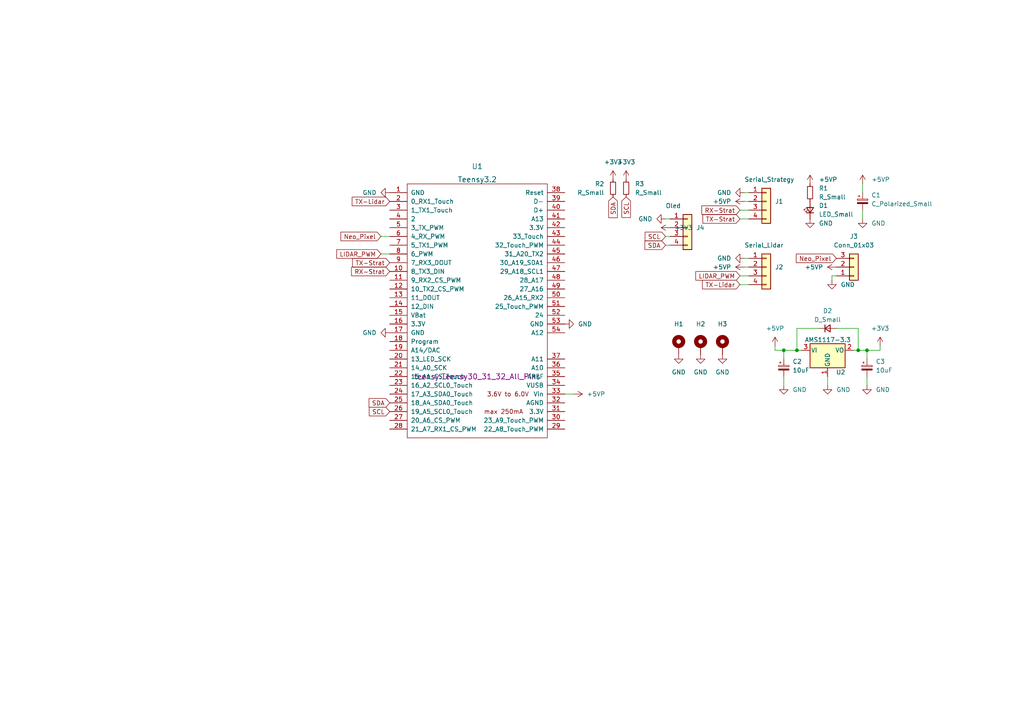
<source format=kicad_sch>
(kicad_sch (version 20211123) (generator eeschema)
  (paper "A4")
  (lib_symbols
    (symbol "Connector_Generic:Conn_01x03" (pin_names (offset 1.016) hide)
      (property "Reference" "J" (at 0 5.08 0))
      (property "Value" "Conn_01x03" (at 0 -5.08 0))
      (symbol "Conn_01x03_1_1"
        (rectangle (start -1.27 -2.413) (end 0 -2.667) (stroke (width 0.1524)))
        (rectangle (start -1.27 0.127) (end 0 -0.127) (stroke (width 0.1524)))
        (rectangle (start -1.27 2.667) (end 0 2.413) (stroke (width 0.1524)))
        (rectangle (start -1.27 3.81) (end 1.27 -3.81) (stroke (width 0.254)) (fill (type background)))
        (pin passive line (at -5.08 2.54 0) (length 3.81) (name "Pin_1") (number "1"))
        (pin passive line (at -5.08 0 0) (length 3.81) (name "Pin_2") (number "2"))
        (pin passive line (at -5.08 -2.54 0) (length 3.81) (name "Pin_3") (number "3"))
      )
    )
    (symbol "Connector_Generic:Conn_01x04" (pin_names (offset 1.016) hide)
      (property "Reference" "J" (at 0 5.08 0))
      (property "Value" "Conn_01x04" (at 0 -7.62 0))
      (symbol "Conn_01x04_1_1"
        (rectangle (start -1.27 -4.953) (end 0 -5.207) (stroke (width 0.1524)))
        (rectangle (start -1.27 -2.413) (end 0 -2.667) (stroke (width 0.1524)))
        (rectangle (start -1.27 0.127) (end 0 -0.127) (stroke (width 0.1524)))
        (rectangle (start -1.27 2.667) (end 0 2.413) (stroke (width 0.1524)))
        (rectangle (start -1.27 3.81) (end 1.27 -6.35) (stroke (width 0.254)) (fill (type background)))
        (pin passive line (at -5.08 2.54 0) (length 3.81) (name "Pin_1") (number "1"))
        (pin passive line (at -5.08 0 0) (length 3.81) (name "Pin_2") (number "2"))
        (pin passive line (at -5.08 -2.54 0) (length 3.81) (name "Pin_3") (number "3"))
        (pin passive line (at -5.08 -5.08 0) (length 3.81) (name "Pin_4") (number "4"))
      )
    )
    (symbol "Device:C_Polarized_Small" (pin_numbers hide) (pin_names (offset 0.254) hide)
      (property "Reference" "C" (at 0.254 1.778 0))
      (property "Value" "C_Polarized_Small" (at 0.254 -2.032 0))
      (symbol "C_Polarized_Small_0_1"
        (rectangle (start -1.524 -0.3048) (end 1.524 -0.6858) (fill (type outline)))
        (rectangle (start -1.524 0.6858) (end 1.524 0.3048))
        (polyline (pts (xy -1.27 1.524) (xy -0.762 1.524)))
        (polyline (pts (xy -1.016 1.27) (xy -1.016 1.778)))
      )
      (symbol "C_Polarized_Small_1_1"
        (pin passive line (at 0 2.54 270) (length 1.8542) (name "~") (number "1"))
        (pin passive line (at 0 -2.54 90) (length 1.8542) (name "~") (number "2"))
      )
    )
    (symbol "Device:D_Small" (pin_numbers hide) (pin_names (offset 0.254) hide)
      (property "Reference" "D" (at -1.27 2.032 0))
      (property "Value" "D_Small" (at -3.81 -2.032 0))
      (symbol "D_Small_0_1"
        (polyline (pts (xy -0.762 -1.016) (xy -0.762 1.016)) (stroke (width 0.254)))
        (polyline (pts (xy -0.762 0) (xy 0.762 0)))
        (polyline (pts (xy 0.762 -1.016) (xy -0.762 0) (xy 0.762 1.016) (xy 0.762 -1.016)) (stroke (width 0.254)))
      )
      (symbol "D_Small_1_1"
        (pin passive line (at -2.54 0 0) (length 1.778) (name "K") (number "1"))
        (pin passive line (at 2.54 0 180) (length 1.778) (name "A") (number "2"))
      )
    )
    (symbol "Device:LED_Small" (pin_numbers hide) (pin_names (offset 0.254) hide)
      (property "Reference" "D" (at -1.27 3.175 0))
      (property "Value" "LED_Small" (at -4.445 -2.54 0))
      (symbol "LED_Small_0_1"
        (polyline (pts (xy -0.762 -1.016) (xy -0.762 1.016)) (stroke (width 0.254)))
        (polyline (pts (xy 1.016 0) (xy -0.762 0)))
        (polyline (pts (xy 0.762 -1.016) (xy -0.762 0) (xy 0.762 1.016) (xy 0.762 -1.016)) (stroke (width 0.254)))
        (polyline (pts (xy 0 0.762) (xy -0.508 1.27) (xy -0.254 1.27) (xy -0.508 1.27) (xy -0.508 1.016)))
        (polyline (pts (xy 0.508 1.27) (xy 0 1.778) (xy 0.254 1.778) (xy 0 1.778) (xy 0 1.524)))
      )
      (symbol "LED_Small_1_1"
        (pin passive line (at -2.54 0 0) (length 1.778) (name "K") (number "1"))
        (pin passive line (at 2.54 0 180) (length 1.778) (name "A") (number "2"))
      )
    )
    (symbol "Device:R_Small" (pin_numbers hide) (pin_names (offset 0.254) hide)
      (property "Reference" "R" (at 0.762 0.508 0))
      (property "Value" "R_Small" (at 0.762 -1.016 0))
      (symbol "R_Small_0_1"
        (rectangle (start -0.762 1.778) (end 0.762 -1.778) (stroke (width 0.2032)))
      )
      (symbol "R_Small_1_1"
        (pin passive line (at 0 2.54 270) (length 0.762) (name "~") (number "1"))
        (pin passive line (at 0 -2.54 90) (length 0.762) (name "~") (number "2"))
      )
    )
    (symbol "Mechanical:MountingHole_Pad" (pin_numbers hide) (pin_names (offset 1.016) hide)
      (property "Reference" "H" (at 0 6.35 0))
      (property "Value" "MountingHole_Pad" (at 0 4.445 0))
      (symbol "MountingHole_Pad_0_1"
        (circle (center 0 1.27) (radius 1.27) (stroke (width 1.27)))
      )
      (symbol "MountingHole_Pad_1_1"
        (pin input line (at 0 -2.54 90) (length 2.54) (name "1") (number "1"))
      )
    )
    (symbol "Regulator_Linear:AMS1117-3.3" (pin_names (offset 0.254))
      (property "Reference" "U" (at -3.81 3.175 0))
      (property "Value" "AMS1117-3.3" (at 0 3.175 0))
      (symbol "AMS1117-3.3_0_1"
        (rectangle (start -5.08 -5.08) (end 5.08 1.905) (stroke (width 0.254)) (fill (type background)))
      )
      (symbol "AMS1117-3.3_1_1"
        (pin power_in line (at 0 -7.62 90) (length 2.54) (name "GND") (number "1"))
        (pin power_out line (at 7.62 0 180) (length 2.54) (name "VO") (number "2"))
        (pin power_in line (at -7.62 0 0) (length 2.54) (name "VI") (number "3"))
      )
    )
    (symbol "power:+3.3V" (power) (pin_names (offset 0))
      (property "Value" "+3.3V" (at 0 3.556 0))
      (symbol "+3.3V_0_1"
        (polyline (pts (xy -0.762 1.27) (xy 0 2.54)))
        (polyline (pts (xy 0 0) (xy 0 2.54)))
        (polyline (pts (xy 0 2.54) (xy 0.762 1.27)))
      )
      (symbol "+3.3V_1_1"
        (pin power_in line (at 0 0 90) (length 0) hide (name "+3V3") (number "1"))
      )
    )
    (symbol "power:+5VP" (power) (pin_names (offset 0))
      (property "Value" "+5VP" (at 0 3.556 0))
      (symbol "+5VP_0_1"
        (polyline (pts (xy -0.762 1.27) (xy 0 2.54)))
        (polyline (pts (xy 0 0) (xy 0 2.54)))
        (polyline (pts (xy 0 2.54) (xy 0.762 1.27)))
      )
      (symbol "+5VP_1_1"
        (pin power_in line (at 0 0 90) (length 0) hide (name "+5VP") (number "1"))
      )
    )
    (symbol "power:GND" (power) (pin_names (offset 0))
      (property "Value" "GND" (at 0 -3.81 0))
      (symbol "GND_0_1"
        (polyline (pts (xy 0 0) (xy 0 -1.27) (xy 1.27 -1.27) (xy 0 -2.54) (xy -1.27 -1.27) (xy 0 -1.27)))
      )
      (symbol "GND_1_1"
        (pin power_in line (at 0 0 270) (length 0) hide (name "GND") (number "1"))
      )
    )
    (symbol "teensy:Teensy3.2" (pin_names (offset 1.016))
      (property "Reference" "U" (at 0 39.37 0))
      (property "Value" "Teensy3.2" (at 0 -39.37 0))
      (symbol "Teensy3.2_0_0"
        (text "3.6V to 6.0V" (at 8.89 -24.13 0) (effects (font (size 1.27 1.27))))
        (text "max 250mA" (at 7.62 -29.21 0) (effects (font (size 1.27 1.27))))
      )
      (symbol "Teensy3.2_0_1"
        (rectangle (start -20.32 -36.83) (end 20.32 36.83))
      )
      (symbol "Teensy3.2_1_1"
        (pin power_in line (at -25.4 34.29 0) (length 5.08) (name "GND") (number "1"))
        (pin bidirectional line (at -25.4 11.43 0) (length 5.08) (name "8_TX3_DIN") (number "10"))
        (pin bidirectional line (at -25.4 8.89 0) (length 5.08) (name "9_RX2_CS_PWM") (number "11"))
        (pin bidirectional line (at -25.4 6.35 0) (length 5.08) (name "10_TX2_CS_PWM") (number "12"))
        (pin bidirectional line (at -25.4 3.81 0) (length 5.08) (name "11_DOUT") (number "13"))
        (pin bidirectional line (at -25.4 1.27 0) (length 5.08) (name "12_DIN") (number "14"))
        (pin power_in line (at -25.4 -1.27 0) (length 5.08) (name "VBat") (number "15"))
        (pin power_out line (at -25.4 -3.81 0) (length 5.08) (name "3.3V") (number "16"))
        (pin power_in line (at -25.4 -6.35 0) (length 5.08) (name "GND") (number "17"))
        (pin input line (at -25.4 -8.89 0) (length 5.08) (name "Program") (number "18"))
        (pin bidirectional line (at -25.4 -11.43 0) (length 5.08) (name "A14/DAC") (number "19"))
        (pin bidirectional line (at -25.4 31.75 0) (length 5.08) (name "0_RX1_Touch") (number "2"))
        (pin bidirectional line (at -25.4 -13.97 0) (length 5.08) (name "13_LED_SCK") (number "20"))
        (pin bidirectional line (at -25.4 -16.51 0) (length 5.08) (name "14_A0_SCK") (number "21"))
        (pin bidirectional line (at -25.4 -19.05 0) (length 5.08) (name "15_A1_CS_Touch") (number "22"))
        (pin bidirectional line (at -25.4 -21.59 0) (length 5.08) (name "16_A2_SCL0_Touch") (number "23"))
        (pin bidirectional line (at -25.4 -24.13 0) (length 5.08) (name "17_A3_SDA0_Touch") (number "24"))
        (pin bidirectional line (at -25.4 -26.67 0) (length 5.08) (name "18_A4_SDA0_Touch") (number "25"))
        (pin bidirectional line (at -25.4 -29.21 0) (length 5.08) (name "19_A5_SCL0_Touch") (number "26"))
        (pin bidirectional line (at -25.4 -31.75 0) (length 5.08) (name "20_A6_CS_PWM") (number "27"))
        (pin bidirectional line (at -25.4 -34.29 0) (length 5.08) (name "21_A7_RX1_CS_PWM") (number "28"))
        (pin bidirectional line (at 25.4 -34.29 180) (length 5.08) (name "22_A8_Touch_PWM") (number "29"))
        (pin bidirectional line (at -25.4 29.21 0) (length 5.08) (name "1_TX1_Touch") (number "3"))
        (pin bidirectional line (at 25.4 -31.75 180) (length 5.08) (name "23_A9_Touch_PWM") (number "30"))
        (pin power_out line (at 25.4 -29.21 180) (length 5.08) (name "3.3V") (number "31"))
        (pin power_out line (at 25.4 -26.67 180) (length 5.08) (name "AGND") (number "32"))
        (pin power_in line (at 25.4 -24.13 180) (length 5.08) (name "Vin") (number "33"))
        (pin power_in line (at 25.4 -21.59 180) (length 5.08) (name "VUSB") (number "34"))
        (pin input line (at 25.4 -19.05 180) (length 5.08) (name "AREF") (number "35"))
        (pin bidirectional line (at 25.4 -16.51 180) (length 5.08) (name "A10") (number "36"))
        (pin bidirectional line (at 25.4 -13.97 180) (length 5.08) (name "A11") (number "37"))
        (pin input line (at 25.4 34.29 180) (length 5.08) (name "Reset") (number "38"))
        (pin bidirectional line (at 25.4 31.75 180) (length 5.08) (name "D-") (number "39"))
        (pin bidirectional line (at -25.4 26.67 0) (length 5.08) (name "2") (number "4"))
        (pin bidirectional line (at 25.4 29.21 180) (length 5.08) (name "D+") (number "40"))
        (pin bidirectional line (at 25.4 26.67 180) (length 5.08) (name "A13") (number "41"))
        (pin power_out line (at 25.4 24.13 180) (length 5.08) (name "3.3V") (number "42"))
        (pin bidirectional line (at 25.4 21.59 180) (length 5.08) (name "33_Touch") (number "43"))
        (pin bidirectional line (at 25.4 19.05 180) (length 5.08) (name "32_Touch_PWM") (number "44"))
        (pin bidirectional line (at 25.4 16.51 180) (length 5.08) (name "31_A20_TX2") (number "45"))
        (pin bidirectional line (at 25.4 13.97 180) (length 5.08) (name "30_A19_SDA1") (number "46"))
        (pin bidirectional line (at 25.4 11.43 180) (length 5.08) (name "29_A18_SCL1") (number "47"))
        (pin bidirectional line (at 25.4 8.89 180) (length 5.08) (name "28_A17") (number "48"))
        (pin bidirectional line (at 25.4 6.35 180) (length 5.08) (name "27_A16") (number "49"))
        (pin bidirectional line (at -25.4 24.13 0) (length 5.08) (name "3_TX_PWM") (number "5"))
        (pin bidirectional line (at 25.4 3.81 180) (length 5.08) (name "26_A15_RX2") (number "50"))
        (pin bidirectional line (at 25.4 1.27 180) (length 5.08) (name "25_Touch_PWM") (number "51"))
        (pin bidirectional line (at 25.4 -1.27 180) (length 5.08) (name "24") (number "52"))
        (pin power_in line (at 25.4 -3.81 180) (length 5.08) (name "GND") (number "53"))
        (pin bidirectional line (at 25.4 -6.35 180) (length 5.08) (name "A12") (number "54"))
        (pin bidirectional line (at -25.4 21.59 0) (length 5.08) (name "4_RX_PWM") (number "6"))
        (pin bidirectional line (at -25.4 19.05 0) (length 5.08) (name "5_TX1_PWM") (number "7"))
        (pin bidirectional line (at -25.4 16.51 0) (length 5.08) (name "6_PWM") (number "8"))
        (pin bidirectional line (at -25.4 13.97 0) (length 5.08) (name "7_RX3_DOUT") (number "9"))
      )
    )
  )
  (junction (at 248.92 101.6))
  (junction (at 251.46 101.6))
  (junction (at 227.33 101.6))
  (junction (at 231.14 101.6))
  (wire (pts (xy 214.63 82.55) (xy 217.17 82.55)))
  (wire (pts (xy 250.19 60.96) (xy 250.19 63.5)))
  (wire (pts (xy 224.79 100.33) (xy 224.79 101.6)))
  (wire (pts (xy 241.3 80.01) (xy 241.3 81.28)))
  (wire (pts (xy 251.46 109.22) (xy 251.46 111.76)))
  (wire (pts (xy 215.9 77.47) (xy 217.17 77.47)))
  (wire (pts (xy 215.9 74.93) (xy 217.17 74.93)))
  (wire (pts (xy 248.92 95.25) (xy 248.92 101.6)))
  (wire (pts (xy 250.19 53.34) (xy 250.19 55.88)))
  (wire (pts (xy 248.92 101.6) (xy 251.46 101.6)))
  (wire (pts (xy 194.31 63.5) (xy 193.04 63.5)))
  (wire (pts (xy 224.79 101.6) (xy 227.33 101.6)))
  (wire (pts (xy 251.46 101.6) (xy 255.27 101.6)))
  (wire (pts (xy 163.83 114.3) (xy 166.37 114.3)))
  (wire (pts (xy 237.49 95.25) (xy 231.14 95.25)))
  (wire (pts (xy 240.03 109.22) (xy 240.03 111.76)))
  (wire (pts (xy 251.46 104.14) (xy 251.46 101.6)))
  (wire (pts (xy 214.63 80.01) (xy 217.17 80.01)))
  (wire (pts (xy 110.49 73.66) (xy 113.03 73.66)))
  (wire (pts (xy 227.33 101.6) (xy 231.14 101.6)))
  (wire (pts (xy 241.3 80.01) (xy 242.57 80.01)))
  (wire (pts (xy 231.14 95.25) (xy 231.14 101.6)))
  (wire (pts (xy 215.9 58.42) (xy 217.17 58.42)))
  (wire (pts (xy 242.57 95.25) (xy 248.92 95.25)))
  (wire (pts (xy 227.33 101.6) (xy 227.33 104.14)))
  (wire (pts (xy 110.49 68.58) (xy 113.03 68.58)))
  (wire (pts (xy 193.04 68.58) (xy 194.31 68.58)))
  (wire (pts (xy 214.63 63.5) (xy 217.17 63.5)))
  (wire (pts (xy 227.33 109.22) (xy 227.33 111.76)))
  (wire (pts (xy 193.04 71.12) (xy 194.31 71.12)))
  (wire (pts (xy 215.9 55.88) (xy 217.17 55.88)))
  (wire (pts (xy 231.14 101.6) (xy 232.41 101.6)))
  (wire (pts (xy 255.27 101.6) (xy 255.27 100.33)))
  (wire (pts (xy 214.63 60.96) (xy 217.17 60.96)))
  (wire (pts (xy 247.65 101.6) (xy 248.92 101.6)))
  (global_label "RX-Strat" (shape input) (at 113.03 78.74 180) (property "Intersheet References" "${INTERSHEET_REFS}" (effects hide)))
  (global_label "TX-Strat" (shape input) (at 214.63 63.5 180) (property "Intersheet References" "${INTERSHEET_REFS}" (effects hide)))
  (global_label "SCL" (shape input) (at 181.61 57.15 270) (property "Intersheet References" "${INTERSHEET_REFS}" (effects hide)))
  (global_label "SCL" (shape input) (at 193.04 68.58 180) (property "Intersheet References" "${INTERSHEET_REFS}" (effects hide)))
  (global_label "LIDAR_PWM" (shape input) (at 214.63 80.01 180) (property "Intersheet References" "${INTERSHEET_REFS}" (effects hide)))
  (global_label "TX-Lidar" (shape input) (at 214.63 82.55 180) (property "Intersheet References" "${INTERSHEET_REFS}" (effects hide)))
  (global_label "SDA" (shape input) (at 113.03 116.84 180) (property "Intersheet References" "${INTERSHEET_REFS}" (effects hide)))
  (global_label "SDA" (shape input) (at 193.04 71.12 180) (property "Intersheet References" "${INTERSHEET_REFS}" (effects hide)))
  (global_label "TX-Strat" (shape input) (at 113.03 76.2 180) (property "Intersheet References" "${INTERSHEET_REFS}" (effects hide)))
  (global_label "LIDAR_PWM" (shape input) (at 110.49 73.66 180) (property "Intersheet References" "${INTERSHEET_REFS}" (effects hide)))
  (global_label "Neo_Pixel" (shape input) (at 242.57 74.93 180) (property "Intersheet References" "${INTERSHEET_REFS}" (effects hide)))
  (global_label "SCL" (shape input) (at 113.03 119.38 180) (property "Intersheet References" "${INTERSHEET_REFS}" (effects hide)))
  (global_label "RX-Strat" (shape input) (at 214.63 60.96 180) (property "Intersheet References" "${INTERSHEET_REFS}" (effects hide)))
  (global_label "SDA" (shape input) (at 177.8 57.15 270) (property "Intersheet References" "${INTERSHEET_REFS}" (effects hide)))
  (global_label "TX-Lidar" (shape input) (at 113.03 58.42 180) (property "Intersheet References" "${INTERSHEET_REFS}" (effects hide)))
  (global_label "Neo_Pixel" (shape input) (at 110.49 68.58 180) (property "Intersheet References" "${INTERSHEET_REFS}" (effects hide)))
  (symbol (lib_id "Connector_Generic:Conn_01x04") (at 222.25 77.47 0) (unit 1)
    (property "Reference" "J2" (at 224.79 77.4699 0) (effects (justify left)))
    (property "Value" "Serial_Lidar" (at 215.9 71.12 0) (effects (justify left)))
    (property "Footprint" "Connector_Molex:Molex_KK-254_AE-6410-04A_1x04_P2.54mm_Vertical" (effects hide))
  )
  (symbol (lib_id "power:+5VP") (at 250.19 53.34 0) (unit 1)
    (property "Reference" "#PWR0109" (effects hide))
    (property "Value" "+5VP" (at 252.73 52.0699 0) (effects (justify left)))
  )
  (symbol (lib_id "Device:R_Small") (at 177.8 54.61 0) (unit 1)
    (property "Reference" "R2" (at 175.26 53.3399 0) (effects (justify right)))
    (property "Value" "R_Small" (at 175.26 55.8799 0) (effects (justify right)))
    (property "Footprint" "Resistor_SMD:R_1206_3216Metric_Pad1.30x1.75mm_HandSolder" (effects hide))
  )
  (symbol (lib_id "Device:LED_Small") (at 234.95 60.96 90) (unit 1)
    (property "Reference" "D1" (at 237.49 59.6264 90) (effects (justify right)))
    (property "Value" "LED_Small" (at 237.49 62.1664 90) (effects (justify right)))
    (property "Footprint" "LED_SMD:LED_1206_3216Metric_Pad1.42x1.75mm_HandSolder" (effects hide))
  )
  (symbol (lib_id "Device:R_Small") (at 181.61 54.61 0) (unit 1)
    (property "Reference" "R3" (at 184.15 53.3399 0) (effects (justify left)))
    (property "Value" "R_Small" (at 184.15 55.8799 0) (effects (justify left)))
    (property "Footprint" "Resistor_SMD:R_1206_3216Metric_Pad1.30x1.75mm_HandSolder" (effects hide))
  )
  (symbol (lib_id "Connector_Generic:Conn_01x04") (at 222.25 58.42 0) (unit 1)
    (property "Reference" "J1" (at 224.79 58.4199 0) (effects (justify left)))
    (property "Value" "Serial_Strategy" (at 215.9 52.07 0) (effects (justify left)))
    (property "Footprint" "Connector_Molex:Molex_KK-254_AE-6410-04A_1x04_P2.54mm_Vertical" (effects hide))
  )
  (symbol (lib_id "power:GND") (at 163.83 93.98 90) (unit 1)
    (property "Reference" "#PWR0115" (effects hide))
    (property "Value" "GND" (at 167.64 93.9799 90) (effects (justify right)))
  )
  (symbol (lib_id "Device:D_Small") (at 240.03 95.25 0) (unit 1)
    (property "Reference" "D2" (at 240.03 90.17 0))
    (property "Value" "D_Small" (at 240.03 92.71 0))
    (property "Footprint" "Diode_SMD:D_SMA_Handsoldering" (effects hide))
  )
  (symbol (lib_id "Mechanical:MountingHole_Pad") (at 209.55 100.33 0) (unit 1)
    (property "Reference" "H3" (at 209.55 93.98 0))
    (property "Value" "MountingHole_Pad" (effects hide))
    (property "Footprint" "MountingHole:MountingHole_3.2mm_M3_Pad_Via" (effects hide))
  )
  (symbol (lib_id "Device:C_Polarized_Small") (at 250.19 58.42 0) (unit 1)
    (property "Reference" "C1" (at 252.73 56.6038 0) (effects (justify left)))
    (property "Value" "C_Polarized_Small" (at 252.73 59.1438 0) (effects (justify left)))
    (property "Footprint" "Capacitor_THT:CP_Radial_D6.3mm_P2.50mm" (effects hide))
  )
  (symbol (lib_id "power:+5VP") (at 242.57 77.47 90) (unit 1)
    (property "Reference" "#PWR0102" (effects hide))
    (property "Value" "+5VP" (at 238.76 77.4699 90) (effects (justify left)))
  )
  (symbol (lib_id "power:GND") (at 240.03 111.76 0) (unit 1)
    (property "Reference" "#PWR0123" (effects hide))
    (property "Value" "GND" (at 242.57 113.0299 0) (effects (justify left)))
  )
  (symbol (lib_id "power:GND") (at 113.03 96.52 270) (unit 1)
    (property "Reference" "#PWR0116" (effects hide))
    (property "Value" "GND" (at 109.22 96.5199 90) (effects (justify right)))
  )
  (symbol (lib_id "Connector_Generic:Conn_01x03") (at 247.65 77.47 0) (mirror x) (unit 1)
    (property "Reference" "J3" (at 247.65 68.58 0))
    (property "Value" "Conn_01x03" (at 247.65 71.12 0))
    (property "Footprint" "Connector_Molex:Molex_KK-254_AE-6410-03A_1x03_P2.54mm_Vertical" (effects hide))
  )
  (symbol (lib_id "Mechanical:MountingHole_Pad") (at 196.85 100.33 0) (unit 1)
    (property "Reference" "H1" (at 196.85 93.98 0))
    (property "Value" "MountingHole_Pad" (effects hide))
    (property "Footprint" "MountingHole:MountingHole_3.2mm_M3_Pad_Via" (effects hide))
  )
  (symbol (lib_id "power:+3.3V") (at 181.61 52.07 0) (unit 1)
    (property "Reference" "#PWR0119" (effects hide))
    (property "Value" "+3.3V" (at 181.61 46.99 0))
  )
  (symbol (lib_id "power:GND") (at 193.04 63.5 270) (unit 1)
    (property "Reference" "#PWR0118" (effects hide))
    (property "Value" "GND" (at 189.23 63.4999 90) (effects (justify right)))
  )
  (symbol (lib_id "power:GND") (at 209.55 102.87 0) (unit 1)
    (property "Reference" "#PWR0117" (effects hide))
    (property "Value" "GND" (at 209.55 107.95 0))
  )
  (symbol (lib_id "power:GND") (at 215.9 74.93 270) (unit 1)
    (property "Reference" "#PWR0111" (effects hide))
    (property "Value" "GND" (at 212.09 74.9299 90) (effects (justify right)))
  )
  (symbol (lib_id "power:+5VP") (at 224.79 100.33 0) (unit 1)
    (property "Reference" "#PWR0125" (effects hide))
    (property "Value" "+5VP" (at 224.79 95.25 0))
  )
  (symbol (lib_id "power:GND") (at 196.85 102.87 0) (unit 1)
    (property "Reference" "#PWR0105" (effects hide))
    (property "Value" "GND" (at 196.85 107.95 0))
  )
  (symbol (lib_id "teensy:Teensy3.2") (at 138.43 90.17 0) (unit 1)
    (property "Reference" "U1" (at 138.43 48.26 0) (effects (font (size 1.524 1.524))))
    (property "Value" "Teensy3.2" (at 138.43 52.07 0) (effects (font (size 1.524 1.524))))
    (property "Footprint" "teensy:Teensy30_31_32_All_Pins" (at 138.43 109.22 0) (effects (font (size 1.524 1.524))))
  )
  (symbol (lib_id "power:GND") (at 113.03 55.88 270) (unit 1)
    (property "Reference" "#PWR0113" (effects hide))
    (property "Value" "GND" (at 109.22 55.8799 90) (effects (justify right)))
  )
  (symbol (lib_id "power:GND") (at 227.33 111.76 0) (unit 1)
    (property "Reference" "#PWR0122" (effects hide))
    (property "Value" "GND" (at 229.87 113.0299 0) (effects (justify left)))
  )
  (symbol (lib_id "power:+3.3V") (at 255.27 100.33 0) (unit 1)
    (property "Reference" "#PWR0126" (effects hide))
    (property "Value" "+3.3V" (at 255.27 95.25 0))
  )
  (symbol (lib_id "power:+3.3V") (at 194.31 66.04 90) (unit 1)
    (property "Reference" "#PWR0121" (effects hide))
    (property "Value" "+3.3V" (at 195.58 66.0399 90) (effects (justify right)))
  )
  (symbol (lib_id "Device:C_Polarized_Small") (at 227.33 106.68 0) (unit 1)
    (property "Reference" "C2" (at 229.87 104.8638 0) (effects (justify left)))
    (property "Value" "10uF" (at 229.87 107.4038 0) (effects (justify left)))
    (property "Footprint" "Capacitor_SMD:CP_Elec_5x5.4" (effects hide))
  )
  (symbol (lib_id "power:GND") (at 250.19 63.5 0) (unit 1)
    (property "Reference" "#PWR0110" (effects hide))
    (property "Value" "GND" (at 252.73 64.7699 0) (effects (justify left)))
  )
  (symbol (lib_id "Device:R_Small") (at 234.95 55.88 0) (unit 1)
    (property "Reference" "R1" (at 237.49 54.6099 0) (effects (justify left)))
    (property "Value" "R_Small" (at 237.49 57.1499 0) (effects (justify left)))
    (property "Footprint" "Resistor_SMD:R_1206_3216Metric_Pad1.30x1.75mm_HandSolder" (effects hide))
  )
  (symbol (lib_id "power:GND") (at 234.95 63.5 0) (unit 1)
    (property "Reference" "#PWR0101" (effects hide))
    (property "Value" "GND" (at 237.49 64.7699 0) (effects (justify left)))
  )
  (symbol (lib_id "Regulator_Linear:AMS1117-3.3") (at 240.03 101.6 0) (unit 1)
    (property "Reference" "U2" (at 243.84 107.95 0))
    (property "Value" "AMS1117-3.3" (at 240.0949 98.5615 0))
    (property "Footprint" "Package_TO_SOT_SMD:SOT-223-3_TabPin2" (effects hide))
    (property "Datasheet" "http://www.advanced-monolithic.com/pdf/ds1117.pdf" (effects hide))
  )
  (symbol (lib_id "power:GND") (at 215.9 55.88 270) (unit 1)
    (property "Reference" "#PWR0103" (effects hide))
    (property "Value" "GND" (at 212.09 55.8799 90) (effects (justify right)))
  )
  (symbol (lib_id "Device:C_Polarized_Small") (at 251.46 106.68 0) (unit 1)
    (property "Reference" "C3" (at 254 104.8638 0) (effects (justify left)))
    (property "Value" "10uF" (at 254 107.4038 0) (effects (justify left)))
    (property "Footprint" "Capacitor_SMD:CP_Elec_5x5.4" (effects hide))
  )
  (symbol (lib_id "power:GND") (at 251.46 111.76 0) (unit 1)
    (property "Reference" "#PWR0124" (effects hide))
    (property "Value" "GND" (at 254 113.0299 0) (effects (justify left)))
  )
  (symbol (lib_id "power:+5VP") (at 234.95 53.34 0) (unit 1)
    (property "Reference" "#PWR0108" (effects hide))
    (property "Value" "+5VP" (at 237.49 52.0699 0) (effects (justify left)))
  )
  (symbol (lib_id "power:GND") (at 203.2 102.87 0) (unit 1)
    (property "Reference" "#PWR0106" (effects hide))
    (property "Value" "GND" (at 203.2 107.95 0))
  )
  (symbol (lib_id "power:+3.3V") (at 177.8 52.07 0) (unit 1)
    (property "Reference" "#PWR0120" (effects hide))
    (property "Value" "+3.3V" (at 177.8 46.99 0))
  )
  (symbol (lib_id "power:+5VP") (at 215.9 77.47 90) (unit 1)
    (property "Reference" "#PWR0112" (effects hide))
    (property "Value" "+5VP" (at 212.09 77.4699 90) (effects (justify left)))
  )
  (symbol (lib_id "power:GND") (at 241.3 81.28 0) (unit 1)
    (property "Reference" "#PWR0107" (effects hide))
    (property "Value" "GND" (at 243.84 82.5499 0) (effects (justify left)))
  )
  (symbol (lib_id "Mechanical:MountingHole_Pad") (at 203.2 100.33 0) (unit 1)
    (property "Reference" "H2" (at 203.2 93.98 0))
    (property "Value" "MountingHole_Pad" (effects hide))
    (property "Footprint" "MountingHole:MountingHole_3.2mm_M3_Pad_Via" (effects hide))
  )
  (symbol (lib_id "Connector_Generic:Conn_01x04") (at 199.39 66.04 0) (unit 1)
    (property "Reference" "J4" (at 201.93 66.0399 0) (effects (justify left)))
    (property "Value" "Oled" (at 193.04 59.69 0) (effects (justify left)))
    (property "Footprint" "Connector_Molex:Molex_KK-254_AE-6410-04A_1x04_P2.54mm_Vertical" (effects hide))
  )
  (symbol (lib_id "power:+5VP") (at 215.9 58.42 90) (unit 1)
    (property "Reference" "#PWR0104" (effects hide))
    (property "Value" "+5VP" (at 212.09 58.4199 90) (effects (justify left)))
  )
  (symbol (lib_id "power:+5VP") (at 166.37 114.3 270) (unit 1)
    (property "Reference" "#PWR0114" (effects hide))
    (property "Value" "+5VP" (at 170.18 114.2999 90) (effects (justify left)))
  )
)
</source>
